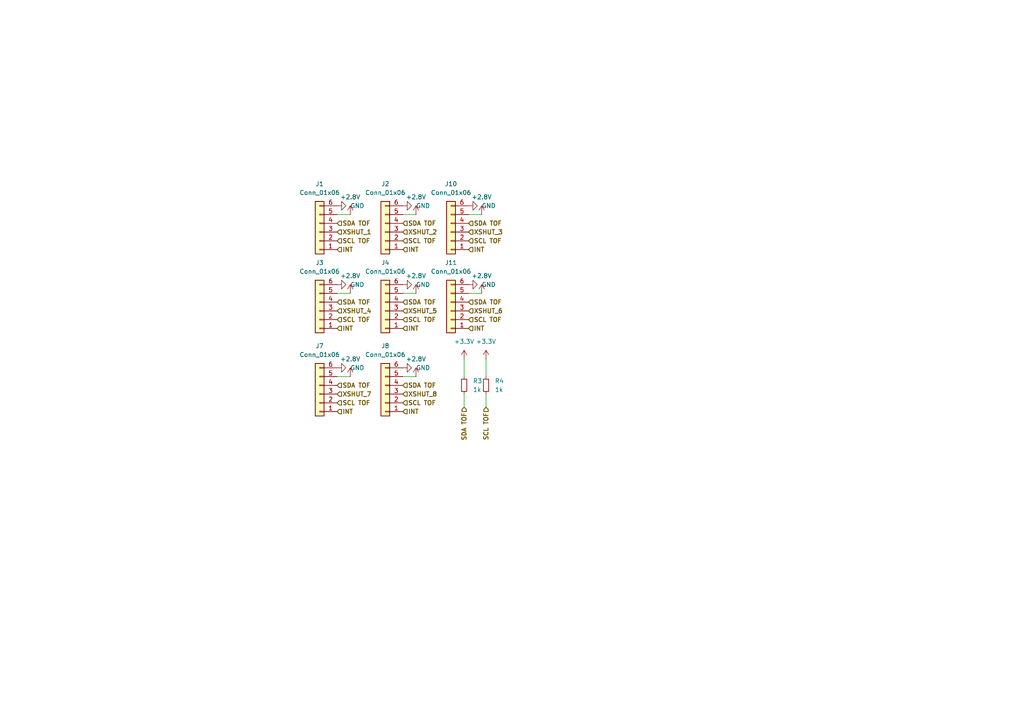
<source format=kicad_sch>
(kicad_sch (version 20250114) (generator "eeschema") (generator_version "9.0")
  (paper "A4")
  (lib_symbols
    (symbol "Connector_Generic:Conn_01x06" (pin_names (offset 1.016) (hide yes))
      (property "Reference" "J" (at 0 7.62 0))
      (property "Value" "Conn_01x06" (at 0 -10.16 0))
      (symbol "Conn_01x06_1_1"
        (rectangle (start -1.27 6.35) (end 1.27 -8.89) (stroke (width 0.254)) (fill (type background)))
        (rectangle (start -1.27 5.207) (end 0 4.953) (stroke (width 0.1524)))
        (rectangle (start -1.27 2.667) (end 0 2.413) (stroke (width 0.1524)))
        (rectangle (start -1.27 0.127) (end 0 -0.127) (stroke (width 0.1524)))
        (rectangle (start -1.27 -2.413) (end 0 -2.667) (stroke (width 0.1524)))
        (rectangle (start -1.27 -4.953) (end 0 -5.207) (stroke (width 0.1524)))
        (rectangle (start -1.27 -7.493) (end 0 -7.747) (stroke (width 0.1524)))
        (pin passive line (at -5.08 5.08 0) (length 3.81) (name "Pin_1") (number "1"))
        (pin passive line (at -5.08 2.54 0) (length 3.81) (name "Pin_2") (number "2"))
        (pin passive line (at -5.08 0 0) (length 3.81) (name "Pin_3") (number "3"))
        (pin passive line (at -5.08 -2.54 0) (length 3.81) (name "Pin_4") (number "4"))
        (pin passive line (at -5.08 -5.08 0) (length 3.81) (name "Pin_5") (number "5"))
        (pin passive line (at -5.08 -7.62 0) (length 3.81) (name "Pin_6") (number "6"))
      )
    )
    (symbol "Device:R_Small" (pin_numbers (hide yes)) (pin_names (offset 0.254) (hide yes))
      (property "Reference" "R" (at 0.762 0.508 0))
      (property "Value" "R_Small" (at 0.762 -1.016 0))
      (symbol "R_Small_0_1"
        (rectangle (start -0.762 1.778) (end 0.762 -1.778) (stroke (width 0.2032)))
      )
      (symbol "R_Small_1_1"
        (pin passive line (at 0 2.54 270) (length 0.762) (name "~") (number "1"))
        (pin passive line (at 0 -2.54 90) (length 0.762) (name "~") (number "2"))
      )
    )
    (symbol "power:+3.3V" (power) (pin_numbers (hide yes)) (pin_names (offset 0) (hide yes))
      (property "Value" "+3.3V" (at 0 3.556 0))
      (symbol "+3.3V_0_1"
        (polyline (pts (xy -0.762 1.27) (xy 0 2.54)))
        (polyline (pts (xy 0 2.54) (xy 0.762 1.27)))
        (polyline (pts (xy 0 0) (xy 0 2.54)))
      )
      (symbol "+3.3V_1_1"
        (pin power_in line (at 0 0 90) (length 0) (name "~") (number "1"))
      )
    )
    (symbol "power:+5V" (power) (pin_numbers (hide yes)) (pin_names (offset 0) (hide yes))
      (property "Value" "+5V" (at 0 3.556 0))
      (symbol "+5V_0_1"
        (polyline (pts (xy -0.762 1.27) (xy 0 2.54)))
        (polyline (pts (xy 0 2.54) (xy 0.762 1.27)))
        (polyline (pts (xy 0 0) (xy 0 2.54)))
      )
      (symbol "+5V_1_1"
        (pin power_in line (at 0 0 90) (length 0) (name "~") (number "1"))
      )
    )
    (symbol "power:GND" (power) (pin_numbers (hide yes)) (pin_names (offset 0) (hide yes))
      (property "Value" "GND" (at 0 -3.81 0))
      (symbol "GND_0_1"
        (polyline (pts (xy 0 0) (xy 0 -1.27) (xy 1.27 -1.27) (xy 0 -2.54) (xy -1.27 -1.27) (xy 0 -1.27)))
      )
      (symbol "GND_1_1"
        (pin power_in line (at 0 0 270) (length 0) (name "~") (number "1"))
      )
    )
  )
  (wire (pts (xy 134.62 104.14) (xy 134.62 109.22)))
  (wire (pts (xy 140.97 104.14) (xy 140.97 109.22)))
  (wire (pts (xy 139.7 62.23) (xy 135.89 62.23)))
  (wire (pts (xy 120.65 62.23) (xy 116.84 62.23)))
  (wire (pts (xy 101.6 62.23) (xy 97.79 62.23)))
  (wire (pts (xy 101.6 85.09) (xy 97.79 85.09)))
  (wire (pts (xy 120.65 109.22) (xy 116.84 109.22)))
  (wire (pts (xy 120.65 85.09) (xy 116.84 85.09)))
  (wire (pts (xy 101.6 109.22) (xy 97.79 109.22)))
  (wire (pts (xy 139.7 85.09) (xy 135.89 85.09)))
  (wire (pts (xy 140.97 114.3) (xy 140.97 118.11)))
  (wire (pts (xy 134.62 114.3) (xy 134.62 118.11)))
  (hierarchical_label "SDA TOF" (shape input) (at 97.79 87.63 0) (effects (font (thickness 0.254) (bold yes))))
  (hierarchical_label "INT" (shape input) (at 116.84 72.39 0) (effects (font (thickness 0.254) (bold yes))))
  (hierarchical_label "XSHUT_2" (shape input) (at 116.84 67.31 0) (effects (font (thickness 0.254) (bold yes))))
  (hierarchical_label "XSHUT_8" (shape input) (at 116.84 114.3 0) (effects (font (thickness 0.254) (bold yes))))
  (hierarchical_label "SDA TOF" (shape input) (at 135.89 64.77 0) (effects (font (thickness 0.254) (bold yes))))
  (hierarchical_label "XSHUT_6" (shape input) (at 135.89 90.17 0) (effects (font (thickness 0.254) (bold yes))))
  (hierarchical_label "SCL TOF" (shape input) (at 135.89 92.71 0) (effects (font (thickness 0.254) (bold yes))))
  (hierarchical_label "SDA TOF" (shape input) (at 97.79 64.77 0) (effects (font (thickness 0.254) (bold yes))))
  (hierarchical_label "XSHUT_4" (shape input) (at 97.79 90.17 0) (effects (font (thickness 0.254) (bold yes))))
  (hierarchical_label "SDA TOF" (shape input) (at 116.84 111.76 0) (effects (font (thickness 0.254) (bold yes))))
  (hierarchical_label "SDA TOF" (shape input) (at 97.79 111.76 0) (effects (font (thickness 0.254) (bold yes))))
  (hierarchical_label "INT" (shape input) (at 97.79 95.25 0) (effects (font (thickness 0.254) (bold yes))))
  (hierarchical_label "INT" (shape input) (at 116.84 119.38 0) (effects (font (thickness 0.254) (bold yes))))
  (hierarchical_label "INT" (shape input) (at 135.89 72.39 0) (effects (font (thickness 0.254) (bold yes))))
  (hierarchical_label "SCL TOF" (shape input) (at 135.89 69.85 0) (effects (font (thickness 0.254) (bold yes))))
  (hierarchical_label "XSHUT_1" (shape input) (at 97.79 67.31 0) (effects (font (thickness 0.254) (bold yes))))
  (hierarchical_label "XSHUT_3" (shape input) (at 135.89 67.31 0) (effects (font (thickness 0.254) (bold yes))))
  (hierarchical_label "SCL TOF" (shape input) (at 97.79 116.84 0) (effects (font (thickness 0.254) (bold yes))))
  (hierarchical_label "INT" (shape input) (at 116.84 95.25 0) (effects (font (thickness 0.254) (bold yes))))
  (hierarchical_label "SDA TOF" (shape input) (at 134.62 118.11 270) (effects (font (thickness 0.254) (bold yes))))
  (hierarchical_label "SCL TOF" (shape input) (at 97.79 92.71 0) (effects (font (thickness 0.254) (bold yes))))
  (hierarchical_label "SCL TOF" (shape input) (at 116.84 92.71 0) (effects (font (thickness 0.254) (bold yes))))
  (hierarchical_label "SCL TOF" (shape input) (at 116.84 69.85 0) (effects (font (thickness 0.254) (bold yes))))
  (hierarchical_label "INT" (shape input) (at 97.79 119.38 0) (effects (font (thickness 0.254) (bold yes))))
  (hierarchical_label "XSHUT_5" (shape input) (at 116.84 90.17 0) (effects (font (thickness 0.254) (bold yes))))
  (hierarchical_label "SCL TOF" (shape input) (at 140.97 118.11 270) (effects (font (thickness 0.254) (bold yes))))
  (hierarchical_label "SDA TOF" (shape input) (at 135.89 87.63 0) (effects (font (thickness 0.254) (bold yes))))
  (hierarchical_label "SDA TOF" (shape input) (at 116.84 87.63 0) (effects (font (thickness 0.254) (bold yes))))
  (hierarchical_label "SCL TOF" (shape input) (at 97.79 69.85 0) (effects (font (thickness 0.254) (bold yes))))
  (hierarchical_label "SCL TOF" (shape input) (at 116.84 116.84 0) (effects (font (thickness 0.254) (bold yes))))
  (hierarchical_label "XSHUT_7" (shape input) (at 97.79 114.3 0) (effects (font (thickness 0.254) (bold yes))))
  (hierarchical_label "INT" (shape input) (at 97.79 72.39 0) (effects (font (thickness 0.254) (bold yes))))
  (hierarchical_label "SDA TOF" (shape input) (at 116.84 64.77 0) (effects (font (thickness 0.254) (bold yes))))
  (hierarchical_label "INT" (shape input) (at 135.89 95.25 0) (effects (font (thickness 0.254) (bold yes))))
  (symbol (lib_id "Connector_Generic:Conn_01x06") (at 92.71 90.17 180) (unit 1)
    (property "Reference" "J3" (at 92.71 76.2 0))
    (property "Value" "Conn_01x06" (at 92.71 78.74 0))
    (property "Description" "Generic connector, single row, 01x06, script generated (kicad-library-utils/schlib/autogen/connector/)" (effects (hide yes)))
  )
  (symbol (lib_id "power:+3.3V") (at 140.97 104.14 0) (unit 1)
    (property "Reference" "#PWR070" (effects (hide yes)))
    (property "Value" "+3.3V" (at 140.97 99.06 0))
    (property "Description" "Power symbol creates a global label with name \"+3.3V\"" (effects (hide yes)))
  )
  (symbol (lib_id "power:GND") (at 116.84 106.68 90) (unit 1)
    (property "Reference" "#PWR049" (effects (hide yes)))
    (property "Value" "GND" (at 120.65 106.6799 90) (effects (justify right)))
    (property "Description" "Power symbol creates a global label with name \"GND\" , ground" (effects (hide yes)))
  )
  (symbol (lib_id "power:+5V") (at 120.65 62.23 0) (unit 1)
    (property "Reference" "#PWR042" (effects (hide yes)))
    (property "Value" "+2.8V" (at 120.65 57.15 0))
    (property "Description" "Power symbol creates a global label with name \"+5V\"" (effects (hide yes)))
  )
  (symbol (lib_id "power:+5V") (at 139.7 85.09 0) (unit 1)
    (property "Reference" "#PWR054" (effects (hide yes)))
    (property "Value" "+2.8V" (at 139.7 80.01 0))
    (property "Description" "Power symbol creates a global label with name \"+5V\"" (effects (hide yes)))
  )
  (symbol (lib_id "Connector_Generic:Conn_01x06") (at 111.76 114.3 180) (unit 1)
    (property "Reference" "J8" (at 111.76 100.33 0))
    (property "Value" "Conn_01x06" (at 111.76 102.87 0))
    (property "Description" "Generic connector, single row, 01x06, script generated (kicad-library-utils/schlib/autogen/connector/)" (effects (hide yes)))
  )
  (symbol (lib_id "Connector_Generic:Conn_01x06") (at 130.81 90.17 180) (unit 1)
    (property "Reference" "J11" (at 130.81 76.2 0))
    (property "Value" "Conn_01x06" (at 130.81 78.74 0))
    (property "Description" "Generic connector, single row, 01x06, script generated (kicad-library-utils/schlib/autogen/connector/)" (effects (hide yes)))
  )
  (symbol (lib_id "power:GND") (at 97.79 59.69 90) (unit 1)
    (property "Reference" "#PWR040" (effects (hide yes)))
    (property "Value" "GND" (at 101.6 59.6899 90) (effects (justify right)))
    (property "Description" "Power symbol creates a global label with name \"GND\" , ground" (effects (hide yes)))
  )
  (symbol (lib_id "Device:R_Small") (at 140.97 111.76 0) (unit 1)
    (property "Reference" "R4" (at 143.51 110.4899 0) (effects (justify left)))
    (property "Value" "1k" (at 143.51 113.0299 0) (effects (justify left)))
    (property "Description" "Resistor, small symbol" (effects (hide yes)))
  )
  (symbol (lib_id "Connector_Generic:Conn_01x06") (at 92.71 67.31 180) (unit 1)
    (property "Reference" "J1" (at 92.71 53.34 0))
    (property "Value" "Conn_01x06" (at 92.71 55.88 0))
    (property "Description" "Generic connector, single row, 01x06, script generated (kicad-library-utils/schlib/autogen/connector/)" (effects (hide yes)))
  )
  (symbol (lib_id "power:+5V") (at 101.6 62.23 0) (unit 1)
    (property "Reference" "#PWR039" (effects (hide yes)))
    (property "Value" "+2.8V" (at 101.6 57.15 0))
    (property "Description" "Power symbol creates a global label with name \"+5V\"" (effects (hide yes)))
  )
  (symbol (lib_id "power:+5V") (at 120.65 85.09 0) (unit 1)
    (property "Reference" "#PWR046" (effects (hide yes)))
    (property "Value" "+2.8V" (at 120.65 80.01 0))
    (property "Description" "Power symbol creates a global label with name \"+5V\"" (effects (hide yes)))
  )
  (symbol (lib_id "power:GND") (at 97.79 106.68 90) (unit 1)
    (property "Reference" "#PWR047" (effects (hide yes)))
    (property "Value" "GND" (at 101.6 106.6799 90) (effects (justify right)))
    (property "Description" "Power symbol creates a global label with name \"GND\" , ground" (effects (hide yes)))
  )
  (symbol (lib_id "power:+5V") (at 139.7 62.23 0) (unit 1)
    (property "Reference" "#PWR053" (effects (hide yes)))
    (property "Value" "+2.8V" (at 139.7 57.15 0))
    (property "Description" "Power symbol creates a global label with name \"+5V\"" (effects (hide yes)))
  )
  (symbol (lib_id "Connector_Generic:Conn_01x06") (at 111.76 67.31 180) (unit 1)
    (property "Reference" "J2" (at 111.76 53.34 0))
    (property "Value" "Conn_01x06" (at 111.76 55.88 0))
    (property "Description" "Generic connector, single row, 01x06, script generated (kicad-library-utils/schlib/autogen/connector/)" (effects (hide yes)))
  )
  (symbol (lib_id "power:+3.3V") (at 134.62 104.14 0) (unit 1)
    (property "Reference" "#PWR069" (effects (hide yes)))
    (property "Value" "+3.3V" (at 134.62 99.06 0))
    (property "Description" "Power symbol creates a global label with name \"+3.3V\"" (effects (hide yes)))
  )
  (symbol (lib_id "Connector_Generic:Conn_01x06") (at 92.71 114.3 180) (unit 1)
    (property "Reference" "J7" (at 92.71 100.33 0))
    (property "Value" "Conn_01x06" (at 92.71 102.87 0))
    (property "Description" "Generic connector, single row, 01x06, script generated (kicad-library-utils/schlib/autogen/connector/)" (effects (hide yes)))
  )
  (symbol (lib_id "power:GND") (at 116.84 59.69 90) (unit 1)
    (property "Reference" "#PWR041" (effects (hide yes)))
    (property "Value" "GND" (at 120.65 59.6899 90) (effects (justify right)))
    (property "Description" "Power symbol creates a global label with name \"GND\" , ground" (effects (hide yes)))
  )
  (symbol (lib_id "power:+5V") (at 101.6 109.22 0) (unit 1)
    (property "Reference" "#PWR048" (effects (hide yes)))
    (property "Value" "+2.8V" (at 101.6 104.14 0))
    (property "Description" "Power symbol creates a global label with name \"+5V\"" (effects (hide yes)))
  )
  (symbol (lib_id "power:GND") (at 97.79 82.55 90) (unit 1)
    (property "Reference" "#PWR043" (effects (hide yes)))
    (property "Value" "GND" (at 101.6 82.5499 90) (effects (justify right)))
    (property "Description" "Power symbol creates a global label with name \"GND\" , ground" (effects (hide yes)))
  )
  (symbol (lib_id "power:GND") (at 116.84 82.55 90) (unit 1)
    (property "Reference" "#PWR045" (effects (hide yes)))
    (property "Value" "GND" (at 120.65 82.5499 90) (effects (justify right)))
    (property "Description" "Power symbol creates a global label with name \"GND\" , ground" (effects (hide yes)))
  )
  (symbol (lib_id "power:+5V") (at 120.65 109.22 0) (unit 1)
    (property "Reference" "#PWR050" (effects (hide yes)))
    (property "Value" "+2.8V" (at 120.65 104.14 0))
    (property "Description" "Power symbol creates a global label with name \"+5V\"" (effects (hide yes)))
  )
  (symbol (lib_id "Connector_Generic:Conn_01x06") (at 111.76 90.17 180) (unit 1)
    (property "Reference" "J4" (at 111.76 76.2 0))
    (property "Value" "Conn_01x06" (at 111.76 78.74 0))
    (property "Description" "Generic connector, single row, 01x06, script generated (kicad-library-utils/schlib/autogen/connector/)" (effects (hide yes)))
  )
  (symbol (lib_id "Connector_Generic:Conn_01x06") (at 130.81 67.31 180) (unit 1)
    (property "Reference" "J10" (at 130.81 53.34 0))
    (property "Value" "Conn_01x06" (at 130.81 55.88 0))
    (property "Description" "Generic connector, single row, 01x06, script generated (kicad-library-utils/schlib/autogen/connector/)" (effects (hide yes)))
  )
  (symbol (lib_id "Device:R_Small") (at 134.62 111.76 0) (unit 1)
    (property "Reference" "R3" (at 137.16 110.4899 0) (effects (justify left)))
    (property "Value" "1k" (at 137.16 113.0299 0) (effects (justify left)))
    (property "Description" "Resistor, small symbol" (effects (hide yes)))
  )
  (symbol (lib_id "power:GND") (at 135.89 82.55 90) (unit 1)
    (property "Reference" "#PWR052" (effects (hide yes)))
    (property "Value" "GND" (at 139.7 82.5499 90) (effects (justify right)))
    (property "Description" "Power symbol creates a global label with name \"GND\" , ground" (effects (hide yes)))
  )
  (symbol (lib_id "power:GND") (at 135.89 59.69 90) (unit 1)
    (property "Reference" "#PWR051" (effects (hide yes)))
    (property "Value" "GND" (at 139.7 59.6899 90) (effects (justify right)))
    (property "Description" "Power symbol creates a global label with name \"GND\" , ground" (effects (hide yes)))
  )
  (symbol (lib_id "power:+5V") (at 101.6 85.09 0) (unit 1)
    (property "Reference" "#PWR044" (effects (hide yes)))
    (property "Value" "+2.8V" (at 101.6 80.01 0))
    (property "Description" "Power symbol creates a global label with name \"+5V\"" (effects (hide yes)))
  )
)
</source>
